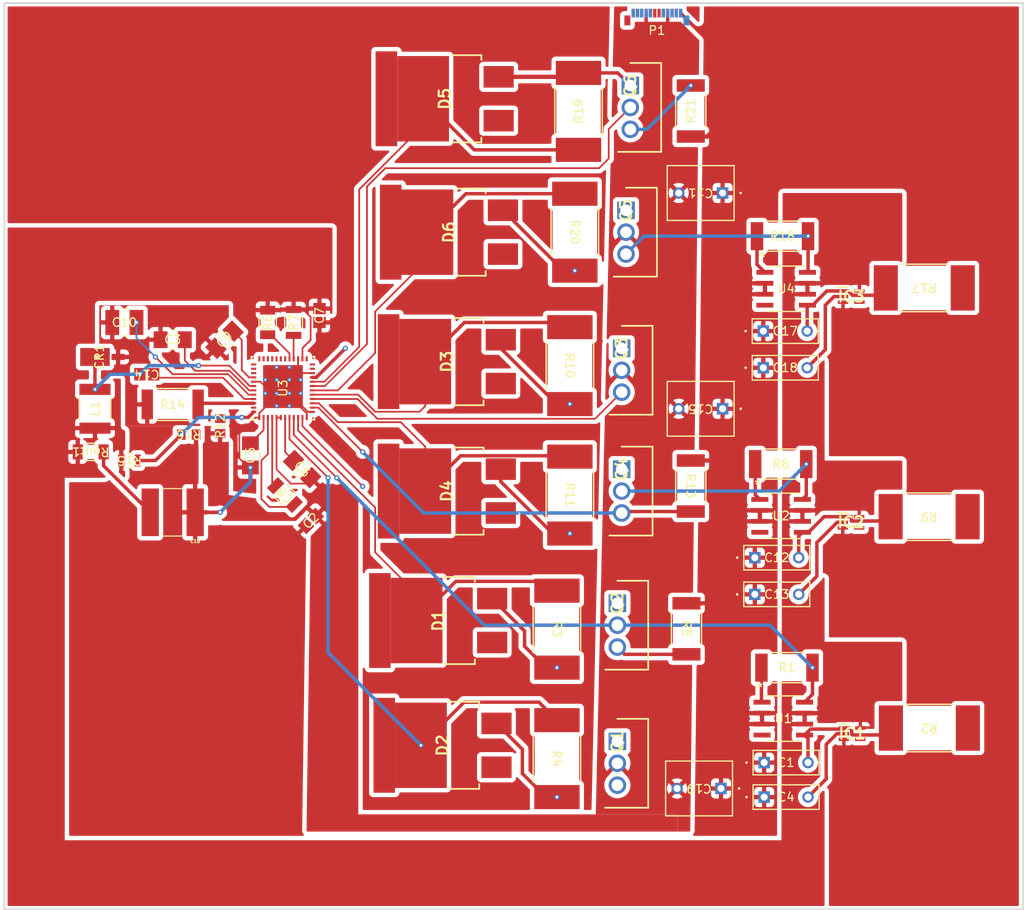
<source format=kicad_pcb>
(kicad_pcb (version 20241229) (generator "pcbnew") (generator_version "9.0")
  (layers (0 "F.Cu" signal) (4 "In1.Cu" signal) (6 "In2.Cu" signal) (2 "B.Cu" signal) (13 "F.Paste" user) (15 "B.Paste" user) (5 "F.SilkS" user "F.Silkscreen") (7 "B.SilkS" user "B.Silkscreen") (1 "F.Mask" user) (3 "B.Mask" user) (25 "Edge.Cuts" user))
  (net 0 "")
  (net 1 "GND")
  (net 2 "Net-(IC3-B)")
  (net 3 "Net-(IC2-B)")
  (net 4 "/ATV Motor Driver/Supply")
  (net 5 "/ATV Motor Driver/SW3")
  (net 6 "/ATV Motor Driver/SW2")
  (net 7 "/ATV Motor Driver/SW1")
  (net 8 "Net-(IC1-B)")
  (net 9 "Net-(D1-A)")
  (net 12 "/ATV Motor Driver/GL_A")
  (net 13 "/ATV Motor Driver/GH_A")
  (net 15 "Net-(D2-A)")
  (net 18 "/ATV Motor Driver/GH_B")
  (net 19 "Net-(D3-A)")
  (net 23 "/ATV Motor Driver/GL_B")
  (net 24 "Net-(D4-A)")
  (net 27 "Net-(D5-A)")
  (net 28 "/ATV Motor Driver/GL_C")
  (net 29 "Net-(D6-A)")
  (net 32 "/ATV Motor Driver/GH_C")
  (net 33 "/ATV Motor Driver/CURRENT_FILTER")
  (net 34 "/ATV Motor Driver/SH_A")
  (net 35 "/ATV Motor Driver/SPA")
  (net 36 "/ATV Motor Driver/SH_B")
  (net 37 "/ATV Motor Driver/SPB")
  (net 38 "/ATV Motor Driver/SH_C")
  (net 39 "/ATV Motor Driver/SPC")
  (net 40 "/ATV Motor Driver/PH_A")
  (net 41 "/ATV Motor Driver/PH_B")
  (net 42 "/ATV Motor Driver/CURRENT_A")
  (net 43 "/ATV Motor Driver/PH_C")
  (net 44 "/ATV Motor Driver/CURRENT_B")
  (net 45 "/ATV Motor Driver/CURRENT_C")
  (net 46 "Net-(U3-VIN)")
  (net 49 "/DRV8350rhrgzr/SOC")
  (net 50 "/DRV8350rhrgzr/SOA")
  (net 51 "/DRV8350rhrgzr/INLA")
  (net 52 "/DRV8350rhrgzr/SDO")
  (net 53 "/DRV8350rhrgzr/INLB")
  (net 54 "/DRV8350rhrgzr/SOB")
  (net 55 "/DRV8350rhrgzr/INLC")
  (net 56 "/DRV8350rhrgzr/INHA")
  (net 57 "/DRV8350rhrgzr/FAULT")
  (net 58 "/DRV8350rhrgzr/INHC")
  (net 59 "/DRV8350rhrgzr/INHB")
  (net 60 "Net-(U3-VGLS)")
  (net 61 "Net-(U3-VCP)")
  (net 62 "Net-(U3-CPH)")
  (net 63 "Net-(U3-CPL)")
  (net 64 "Net-(U3-VCC)")
  (net 65 "Net-(U3-SW)")
  (net 66 "Net-(U3-BST)")
  (net 67 "Net-(C16-Pad2)")
  (net 68 "Net-(U3-RT_SD)")
  (net 69 "Net-(U3-RCL)")
  (net 70 "Net-(U3-FB)")
  (net 75 "Net-(U3-DVDD)")
  (net 77 "VCC")
  (footprint "ATV_Footprint:RES_VMS-R500-1.0-U_IAT" (layer "F.Cu") (at 108.6411 112)
    (property "Reference" "R1")
    (property "Value" "VMS-R500-1.0-U" (hide yes))
  )
  (footprint "ATV_Footprint:CAP_R82E-7P4X2P6-5P0_KEM" (layer "F.Cu") (at 104.92 99.2556)
    (property "Reference" "C12")
    (property "Value" "R82EC1100AA50J" (hide yes))
  )
  (footprint "ATV_Footprint:RES_3550_TEC" (layer "F.Cu") (at 82 107.54 -90)
    (property "Reference" "R3")
    (property "Value" "35501K0JT" (hide yes))
  )
  (footprint "ATV_Footprint:POWERMITE1_DO-216AA_MIS_MCH" (layer "F.Cu") (at 29.0207 76 90)
    (property "Reference" "CR1")
    (property "Value" "UPS115UE3/TR7" (hide yes))
  )
  (footprint "ATV_Footprint:RES_VMS-R500-1.0-U_IAT" (layer "F.Cu") (at 107.9205 88.4118)
    (property "Reference" "R8")
    (property "Value" "VMS-R500-1.0-U" (hide yes))
  )
  (footprint "ATV_Footprint:CAP_R82E-7P5X6P1-5P0_KEM" (layer "F.Cu") (at 101.1844 82 180)
    (property "Reference" "C15")
    (property "Value" "R82EC4100DQ70J" (hide yes))
  )
  (footprint "ATV_Footprint:CAPC220145_88N_KEM" (layer "F.Cu") (at 34.5 78 180)
    (property "Reference" "C14")
    (property "Value" "C0805C103K1RACAUTO" (hide yes))
  )
  (footprint "ATV_Footprint:RES_3550_TEC" (layer "F.Cu") (at 82 122.54 -90)
    (property "Reference" "R4")
    (property "Value" "35501K0JT")
  )
  (footprint "ATV_Footprint:CAPC370290_115N_KEM" (layer "F.Cu") (at 31.902798 72)
    (property "Reference" "C10")
    (property "Value" "C1210X474K1RACAUTO" (hide yes))
  )
  (footprint "ATV_Footprint:RES_CRCW_0805" (layer "F.Cu") (at 32.5 88 180)
    (property "Reference" "R15")
    (property "Value" "CRCW08053K01FKEA" (hide yes))
  )
  (footprint "ATV_Footprint:CAP_R82E-7P4X2P6-5P0_KEM" (layer "F.Cu") (at 106 123)
    (property "Reference" "C1")
    (property "Value" "R82EC1100AA50J" (hide yes))
  )
  (footprint "ATV_Footprint:TO254P500X1010X2050-3P" (layer "F.Cu") (at 90 59 -90)
    (property "Reference" "Q5")
    (property "Value" "R6020ENXC7G" (hide yes))
  )
  (footprint "ATV_Footprint:RGZ0048L" (layer "F.Cu") (at 50.2763 79.6164 90)
    (property "Reference" "U3")
    (property "Value" "DRV8353RHRGZR" (hide yes))
  )
  (footprint "ATV_Footprint:CAP_R82E-7P4X2P6-5P0_KEM" (layer "F.Cu") (at 104.92 103.5068)
    (property "Reference" "C13")
    (property "Value" "R82EC2150AA50K" (hide yes))
  )
  (footprint "ATV_Footprint:CAPC370195_180N_KEM" (layer "F.Cu") (at 46.5 87.402798 90)
    (property "Reference" "C5")
    (property "Value" "C1206X105K1RACAUTO" (hide yes))
  )
  (footprint "ATV_Footprint:RES_VMS-R500-1.0-U_IAT" (layer "F.Cu") (at 97 107.4967 -90)
    (property "Reference" "R5")
    (property "Value" "VMS-R500-1.0-U" (hide yes))
  )
  (footprint "ATV_Footprint:RES_RMCF1206_STP" (layer "F.Cu") (at 28.0014 87 180)
    (property "Reference" "Rout1")
    (property "Value" "RMCF1206FT3R00" (hide yes))
  )
  (footprint "ATV_Footprint:RES_RMCF2512_STP" (layer "F.Cu") (at 37.5 81.5)
    (property "Reference" "R14")
    (property "Value" "RMCF2512FT332K" (hide yes))
  )
  (footprint "ATV_Footprint:RES_3550_TEC" (layer "F.Cu") (at 125.1344 119 180)
    (property "Reference" "R2")
    (property "Value" "35501K0JT" (hide yes))
  )
  (footprint "ATV_Footprint:CAPC6153X670N" (layer "F.Cu") (at 37.5 94 180)
    (property "Reference" "C16")
    (property "Value" "KRM55WR72A226MH01L")
  )
  (footprint "ATV_Footprint:TO254P500X1010X2050-3P" (layer "F.Cu") (at 90.5 44.5423 -90)
    (property "Reference" "Q6")
    (property "Value" "R6020ENXC7G" (hide yes))
  )
  (footprint "ATV_Footprint:TO254P500X1010X2050-3P" (layer "F.Cu") (at 89.5 89 -90)
    (property "Reference" "Q4")
    (property "Value" "R6020ENXC7G" (hide yes))
  )
  (footprint "ATV_Footprint:CAPC370195_180N_KEM" (layer "F.Cu") (at 43.5 74 45)
    (property "Reference" "C9")
    (property "Value" "C1206X105K1RACAUTO" (hide yes))
  )
  (footprint "ATV_Footprint:SOT65P210X110-5N" (layer "F.Cu") (at 116.0846 69)
    (property "Reference" "IC3")
    (property "Value" "SN74LVC1G66DCKR" (hide yes))
  )
  (footprint "ATV_Footprint:YQ30NL10SEFHTL" (layer "F.Cu") (at 68.5 121 90)
    (property "Reference" "D2")
    (property "Value" "YQ20NL10SDTL" (hide yes))
  )
  (footprint "ATV_Footprint:R_8_ADI" (layer "F.Cu") (at 108.2206 117.905)
    (property "Reference" "U1")
    (property "Value" "AD8418WBRZ")
  )
  (footprint "ATV_Footprint:YQ30NL10SEFHTL" (layer "F.Cu") (at 69 91.54 90)
    (property "Reference" "D4")
    (property "Value" "YQ20NL10SDTL" (hide yes))
  )
  (footprint "ATV_Footprint:SOT65P210X110-5N" (layer "F.Cu") (at 116.1844 119.65)
    (property "Reference" "IC1")
    (property "Value" "SN74LVC1G66DCKR" (hide yes))
  )
  (footprint "ATV_Footprint:RC0805N_PAN" (layer "F.Cu") (at 39.352799 85 180)
    (property "Reference" "R16")
    (property "Value" "ERA-6AEB102V" (hide yes))
  )
  (footprint "ATV_Footprint:RES_3550_TEC" (layer "F.Cu") (at 83.5 77 -90)
    (property "Reference" "R10")
    (property "Value" "35501K0JT" (hide yes))
  )
  (footprint "ATV_Footprint:CAPC220145_110N_KEM" (layer "F.Cu") (at 54.5 71.197201 90)
    (property "Reference" "C7")
    (property "Value" "C0805C104K1RECAUTO" (hide yes))
  )
  (footprint "ATV_Footprint:YQ30NL10SEFHTL" (layer "F.Cu") (at 69 76.54 90)
    (property "Reference" "D3")
    (property "Value" "YQ20NL10SDTL" (hide yes))
  )
  (footprint "ATV_Footprint:CAPC220145_110N_KEM" (layer "F.Cu") (at 53.5 95 45)
    (property "Reference" "C2")
    (property "Value" "C0805C104K1RECAUTO" (hide yes))
  )
  (footprint "ATV_Footprint:RES_3550_TEC" (layer "F.Cu") (at 125.1044 94.5068 180)
    (property "Reference" "R9")
    (property "Value" "35501K0JT" (hide yes))
  )
  (footprint "ATV_Footprint:TO254P500X1010X2050-3P" (layer "F.Cu") (at 89 104.54 -90)
    (property "Reference" "Q2")
    (property "Value" "R6020ENXC7G" (hide yes))
  )
  (footprint "ATV_Footprint:YQ30NL10SEFHTL" (layer "F.Cu") (at 69.25 61.54 90)
    (property "Reference" "D6")
    (property "Value" "YQ20NL10SDTL" (hide yes))
  )
  (footprint "ATV_Footprint:R_8_ADI" (layer "F.Cu") (at 108.5484 68.095)
    (property "Reference" "U4")
    (property "Value" "AD8418WBRZ" (hide yes))
  )
  (footprint "ATV_Footprint:RES_VMS-R500-1.0-U_IAT" (layer "F.Cu") (at 108.1279 62)
    (property "Reference" "R18")
    (property "Value" "VMS-R500-1.0-U" (hide yes))
  )
  (footprint "ATV_Footprint:CAPC370195_180N_KEM" (layer "F.Cu") (at 52.491928 88.991928 -45)
    (property "Reference" "C6")
    (property "Value" "C1206X105K1RACAUTO" (hide yes))
  )
  (footprint "ATV_Footprint:R_8_ADI" (layer "F.Cu") (at 107.9638 94.4118)
    (property "Reference" "U2")
    (property "Value" "AD8418WBRZ" (hide yes))
  )
  (footprint "ATV_Footprint:STA_RMCF1206_STP" (layer "F.Cu") (at 48.5 72 90)
    (property "Reference" "R6")
    (property "Value" "RMCF1206JT1K00" (hide yes))
  )
  (footprint "ATV_Footprint:YQ30NL10SEFHTL" (layer "F.Cu") (at 68.75 46.08 90)
    (property "Reference" "D5")
    (property "Value" "YQ20NL10SDTL" (hide yes))
  )
  (footprint "ATV_Footprint:RES_3550_TEC" (layer "F.Cu") (at 83.5 92 -90)
    (property "Reference" "R11")
    (property "Value" "35501K0JT" (hide yes))
  )
  (footprint "ATV_Footprint:RC0805N_PAN" (layer "F.Cu") (at 43 84 90)
    (property "Reference" "R12")
    (property "Value" "ERJ-6ENF3243V" (hide yes))
  )
  (footprint "ATV_Footprint:CAP_R82E-7P4X2P6-5P0_KEM" (layer "F.Cu") (at 105.9002 77.2512)
    (property "Reference" "C18")
    (property "Value" "R82EC2150AA50K" (hide yes))
  )
  (footprint "ATV_Footprint:RES_VMS-R500-1.0-U_IAT" (layer "F.Cu") (at 97.5 90.9567 -90)
    (property "Reference" "R13")
    (property "Value" "VMS-R500-1.0-U" (hide yes))
  )
  (footprint "ATV_Footprint:CAP_R82E-7P4X2P6-5P0_KEM" (layer "F.Cu") (at 106 127)
    (property "Reference" "C4")
    (property "Value" "R82EC2150AA50K" (hide yes))
  )
  (footprint "ATV_Footprint:IND_EPCOS_B82432T_EPC" (layer "F.Cu") (at 28.5 82 90)
    (property "Reference" "L1")
    (property "Value" "B82432T1274K000" (hide yes))
  )
  (footprint "ATV_Footprint:CAPC370195_180N_KEM" (layer "F.Cu") (at 37.5 74)
    (property "Reference" "C3")
    (property "Value" "C1206X105K1RACAUTO" (hide yes))
  )
  (footprint "ATV_Footprint:YQ30NL10SEFHTL" (layer "F.Cu") (at 68 106.54 90)
    (property "Reference" "D1")
    (property "Value" "YQ20NL10SDTL" (hide yes))
  )
  (footprint "ATV_Footprint:TO254P500X1010X2050-3P" (layer "F.Cu") (at 89.5 75 -90)
    (property "Reference" "Q3")
    (property "Value" "R6020ENXC7G" (hide yes))
  )
  (footprint "ATV_Footprint:SOT65P210X110-5N" (layer "F.Cu") (at 116.0544 95.1568)
    (property "Reference" "IC2")
    (property "Value" "SN74LVC1G66DCKR" (hide yes))
  )
  (footprint "ATV_Footprint:RES_VMS-R500-1.0-U_IAT" (layer "F.Cu") (at 97.5 47.499 90)
    (property "Reference" "R21")
    (property "Value" "VMS-R500-1.0-U" (hide yes))
  )
  (footprint "ATV_Footprint:STA_RNCF1206_STP" (layer "F.Cu") (at 51.5 72 90)
    (property "Reference" "R7")
    (property "Value" "RNCF1206TKY10K0" (hide yes))
  )
  (footprint "ATV_Footprint:CAPC340180_180N_KEM" (layer "F.Cu") (at 50.5 92 135)
    (property "Reference" "C8")
    (property "Value" "C1206C474K1RECAUTO" (hide yes))
  )
  (footprint "ATV_Footprint:RES_3550_TEC" (layer "F.Cu") (at 124.5423 68 180)
    (property "Reference" "R17")
    (property "Value" "35501K0JT" (hide yes))
  )
  (footprint "Connector_USB:USB_C_Plug_Molex_105444" (layer "F.Cu") (at 93.58 36.12)
    (property "Reference" "P1")
    (property "Value" "USB_C_Plug_USB2.0" (hide yes))
  )
  (footprint "ATV_Footprint:RES_3550_TEC" (layer "F.Cu") (at 84.075 61.54 -90)
    (property "Reference" "R20")
    (property "Value" "35501K0JT" (hide yes))
  )
  (footprint "ATV_Footprint:CAP_R82E-7P5X6P1-5P0_KEM" (layer "F.Cu") (at 101 126 180)
    (property "Reference" "C19")
    (property "Value" "R82EC4100DQ70J" (hide yes))
  )
  (footprint "ATV_Footprint:TO254P500X1010X2050-3P" (layer "F.Cu") (at 89 120.54 -90)
    (property "Reference" "Q1")
    (property "Value" "R6020ENXC7G" (hide yes))
  )
  (footprint "ATV_Footprint:RES_3550_TEC" (layer "F.Cu") (at 84.5 47.5423 90)
    (property "Reference" "R19")
    (property "Value" "35501K0JT" (hide yes))
  )
  (footprint "ATV_Footprint:CAP_R82E-7P5X6P1-5P0_KEM" (layer "F.Cu") (at 101.1844 57 180)
    (property "Reference" "C11")
    (property "Value" "R82EC4100DQ70J" (hide yes))
  )
  (footprint "ATV_Footprint:CAP_R82E-7P4X2P6-5P0_KEM" (layer "F.Cu") (at 105.9002 73)
    (property "Reference" "C17")
    (property "Value" "R82EC1100AA50J" (hide yes))
  )
  (gr_rect (start 18 35) (end 136 140) (stroke (width 0.2)) (fill no) (layer "Edge.Cuts"))
  (segment (start 40.103 94) (end 43 94) (width 0.4) (layer "F.Cu") (net 1))
  (segment (start 51.5673 80.757398) (end 51.5673 79.985167) (width 0.2) (layer "F.Cu") (net 1))
  (segment (start 52.026302 76.216399) (end 52.026302 77.310632) (width 0.2) (layer "F.Cu") (net 1))
  (segment (start 51.244533 80.764398) (end 50.788069 80.764398) (width 0.2) (layer "F.Cu") (net 1))
  (segment (start 53.176302 82.3664) (end 51.5673 80.757398) (width 0.2) (layer "F.Cu") (net 1))
  (segment (start 42.508072 74.991928) (end 42.508072 75.08727) (width 0.2) (layer "F.Cu") (net 1))
  (segment (start 53.676301 82.3664) (end 53.176302 82.3664) (width 0.2) (layer "F.Cu") (net 1))
  (segment (start 101 40.83) (end 101 48.7813) (width 0.41) (layer "F.Cu") (net 1))
  (segment (start 49.764531 80.764398) (end 50.2763 80.252629) (width 0.2) (layer "F.Cu") (net 1))
  (segment (start 45.224002 87.743033) (end 45.224002 84.896202) (width 0.2) (layer "F.Cu") (net 1))
  (segment (start 51.010532 79.428399) (end 50.2763 79.428399) (width 0.2) (layer "F.Cu") (net 1))
  (segment (start 45.224002 84.896202) (end 47.103803 83.016401) (width 0.2) (layer "F.Cu") (net 1))
  (segment (start 101 48.7813) (end 99.3256 50.4557) (width 0.4) (layer "F.Cu") (net 1))
  (segment (start 51.5673 78.415168) (end 51.5673 78.871632) (width 0.2) (layer "F.Cu") (net 1))
  (segment (start 51.5673 78.871632) (end 51.010533 79.428399) (width 0.2) (layer "F.Cu") (net 1))
  (segment (start 50.788069 78.092401) (end 50.2763 78.60417) (width 0.2) (layer "F.Cu") (net 1))
  (segment (start 50.2763 78.60417) (end 50.2763 79.428399) (width 0.2) (layer "F.Cu") (net 1))
  (segment (start 46.5 88.805596) (end 46.286565 88.805596) (width 0.2) (layer "F.Cu") (net 1))
  (segment (start 53.0263 82.546165) (end 51.244533 80.764398) (width 0.2) (layer "F.Cu") (net 1))
  (segment (start 96.33 36.16) (end 101 40.83) (width 0.4) (layer "F.Cu") (net 1))
  (segment (start 47.5263 83.016401) (end 47.5263 82.516402) (width 0.2) (layer "F.Cu") (net 1))
  (segment (start 47.103803 83.016401) (end 47.5263 83.016401) (width 0.2) (layer "F.Cu") (net 1))
  (segment (start 53.0263 83.016401) (end 53.0263 82.546165) (width 0.2) (layer "F.Cu") (net 1))
  (segment (start 48.232067 79.428399) (end 50.2763 79.428399) (width 0.2) (layer "F.Cu") (net 1))
  (segment (start 53.676301 77.866398) (end 52.11607 77.866398) (width 0.2) (layer "F.Cu") (net 1))
  (segment (start 51.244533 78.092401) (end 50.788069 78.092401) (width 0.2) (layer "F.Cu") (net 1))
  (segment (start 50.2763 80.252629) (end 50.2763 79.428399) (width 0.2) (layer "F.Cu") (net 1))
  (segment (start 47.5263 82.516402) (end 49.278304 80.764398) (width 0.2) (layer "F.Cu") (net 1))
  (segment (start 52.026302 77.310632) (end 51.244533 78.092401) (width 0.2) (layer "F.Cu") (net 1))
  (segment (start 99.3256 50.4557) (end 97.5 50.4557) (width 0.4) (layer "F.Cu") (net 1))
  (segment (start 51.5673 79.985167) (end 51.010532 79.428399) (width 0.2) (layer "F.Cu") (net 1))
  (segment (start 52.11607 77.866398) (end 51.5673 78.415168) (width 0.2) (layer "F.Cu") (net 1))
  (segment (start 46.286565 88.805596) (end 45.224002 87.743033) (width 0.2) (layer "F.Cu") (net 1))
  (segment (start 46.876299 78.866399) (end 47.670067 78.866399) (width 0.2) (layer "F.Cu") (net 1))
  (segment (start 47.670067 78.866399) (end 48.232067 79.428399) (width 0.2) (layer "F.Cu") (net 1))
  (segment (start 51.010533 79.428399) (end 50.2763 79.428399) (width 0.2) (layer "F.Cu") (net 1))
  (segment (start 50.788069 80.764398) (end 50.2763 80.252629) (width 0.2) (layer "F.Cu") (net 1))
  (segment (start 49.278304 80.764398) (end 49.764531 80.764398) (width 0.2) (layer "F.Cu") (net 1))
  (via (at 43 94) (size 0.6) (drill 0.3) (layers "F.Cu" "B.Cu") (net 1))
  (via (at 46.5 88.805596) (size 0.6) (drill 0.3) (layers "F.Cu" "B.Cu") (net 1))
  (segment (start 43 94) (end 46.5 90.5) (width 0.4) (layer "B.Cu") (net 1))
  (segment (start 46.5 90.5) (end 46.5 88.805596) (width 0.4) (layer "B.Cu") (net 1))
  (segment (start 115.1346 69) (end 114.0846 69) (width 0.4) (layer "F.Cu") (net 2))
  (segment (start 113.0846 70) (end 113.0846 75.1468) (width 0.4) (layer "F.Cu") (net 2))
  (segment (start 114.0846 69) (end 113.0846 70) (width 0.4) (layer "F.Cu") (net 2))
  (segment (start 113.0846 75.1468) (end 110.9802 77.2512) (width 0.4) (layer "F.Cu") (net 2))
  (segment (start 112.1044 97.5068) (end 114.4544 95.1568) (width 0.4) (layer "F.Cu") (net 3))
  (segment (start 114.4544 95.1568) (end 115.1044 95.1568) (width 0.4) (layer "F.Cu") (net 3))
  (segment (start 112.1044 101.4024) (end 112.1044 97.5068) (width 0.4) (layer "F.Cu") (net 3))
  (segment (start 110 103.5068) (end 112.1044 101.4024) (width 0.4) (layer "F.Cu") (net 3))
  (segment (start 49.526302 83.016401) (end 49.526302 89.026302) (width 0.2) (layer "F.Cu") (net 4))
  (segment (start 49.526302 89.026302) (end 51.173284 90.673284) (width 0.2) (layer "F.Cu") (net 4))
  (segment (start 51.173284 90.673284) (end 52.794428 90.673284) (width 0.2) (layer "F.Cu") (net 4))
  (segment (start 92.33 36.16) (end 92.33 37.67) (width 0.4) (layer "F.Cu") (net 4))
  (segment (start 94.83 36.16) (end 94.83 37.83) (width 0.4) (layer "F.Cu") (net 4))
  (segment (start 49.526302 83.016401) (end 50.0263 83.016401) (width 0.2) (layer "F.Cu") (net 4))
  (segment (start 52.794428 90.673284) (end 53.483856 89.983856) (width 0.2) (layer "F.Cu") (net 4))
  (segment (start 119.2336 68.851) (end 120.0846 68) (width 0.2) (layer "F.Cu") (net 5))
  (segment (start 120.0846 68) (end 119.9336 67.849) (width 0.2) (layer "F.Cu") (net 5))
  (segment (start 116.2356 68.851) (end 119.2336 68.851) (width 0.4) (layer "F.Cu") (net 5))
  (segment (start 110.9802 73) (end 110.9802 70.032) (width 0.4) (layer "F.Cu") (net 5))
  (segment (start 110.9802 70.032) (end 111.0122 70) (width 0.2) (layer "F.Cu") (net 5))
  (segment (start 115.7346 68.35) (end 116.2356 68.851) (width 0.4) (layer "F.Cu") (net 5))
  (segment (start 113.2642 68.35) (end 111.6142 70) (width 0.4) (layer "F.Cu") (net 5))
  (segment (start 115.1346 68.35) (end 113.2642 68.35) (width 0.4) (layer "F.Cu") (net 5))
  (segment (start 115.1346 68.35) (end 115.7346 68.35) (width 0.4) (layer "F.Cu") (net 5))
  (segment (start 111.6142 70) (end 111.0122 70) (width 0.4) (layer "F.Cu") (net 5))
  (segment (start 116.1034 94.5068) (end 116.1034 95.0078) (width 0.4) (layer "F.Cu") (net 6))
  (segment (start 115.1044 94.5068) (end 116.1034 94.5068) (width 0.4) (layer "F.Cu") (net 6))
  (segment (start 110.4276 96.3168) (end 111.1388 96.3168) (width 0.2) (layer "F.Cu") (net 6))
  (segment (start 110 96.7444) (end 110.4276 96.3168) (width 0.4) (layer "F.Cu") (net 6))
  (segment (start 111.1388 96.3168) (end 112.9488 94.5068) (width 0.4) (layer "F.Cu") (net 6))
  (segment (start 112.9488 94.5068) (end 115.1044 94.5068) (width 0.4) (layer "F.Cu") (net 6))
  (segment (start 110 99.2556) (end 110 96.7444) (width 0.4) (layer "F.Cu") (net 6))
  (segment (start 116.1034 95.0078) (end 120.1457 95.0078) (width 0.4) (layer "F.Cu") (net 6))
  (segment (start 120.1457 95.0078) (end 120.6467 94.5068) (width 0.2) (layer "F.Cu") (net 6))
  (segment (start 111.08 123) (end 111.08 120.2056) (width 0.4) (layer "F.Cu") (net 7))
  (segment (start 111.08 120.2056) (end 110.6844 119.81) (width 0.4) (layer "F.Cu") (net 7))
  (segment (start 110.6844 119.81) (end 111.3956 119.81) (width 0.2) (layer "F.Cu") (net 7))
  (segment (start 116.2374 119.799) (end 116.1354 119.697) (width 0.4) (layer "F.Cu") (net 7))
  (segment (start 116.1354 119.697) (end 116.1354 119.101) (width 0.4) (layer "F.Cu") (net 7))
  (segment (start 115.114 119.1204) (end 111.374 119.1204) (width 0.4) (layer "F.Cu") (net 7))
  (segment (start 119.8777 119.799) (end 116.2374 119.799) (width 0.4) (layer "F.Cu") (net 7))
  (segment (start 115.2344 119) (end 115.114 119.1204) (width 0.4) (layer "F.Cu") (net 7))
  (segment (start 111.374 119.1204) (end 110.6844 119.81) (width 0.4) (layer "F.Cu") (net 7))
  (segment (start 116.1354 119.101) (end 116.0344 119) (width 0.4) (layer "F.Cu") (net 7))
  (segment (start 120.6767 119) (end 119.8777 119.799) (width 0.2) (layer "F.Cu") (net 7))
  (segment (start 116.0344 119) (end 115.2344 119) (width 0.4) (layer "F.Cu") (net 7))
  (segment (start 114.4344 119.65) (end 113.1844 120.9) (width 0.4) (layer "F.Cu") (net 8))
  (segment (start 113.1844 124.8956) (end 111.08 127) (width 0.4) (layer "F.Cu") (net 8))
  (segment (start 115.2344 119.65) (end 114.4344 119.65) (width 0.4) (layer "F.Cu") (net 8))
  (segment (start 113.1844 120.9) (end 113.1844 124.8956) (width 0.4) (layer "F.Cu") (net 8))
  (segment (start 78.25 109.520836) (end 80.726864 111.9977) (width 0.4) (layer "F.Cu") (net 9))
  (segment (start 78.25 107.75) (end 78.25 109.520836) (width 0.4) (layer "F.Cu") (net 9))
  (segment (start 74.5 104) (end 78.25 107.75) (width 0.4) (layer "F.Cu") (net 9))
  (segment (start 80.726864 111.9977) (end 82 111.9977) (width 0.4) (layer "F.Cu") (net 9))
  (via (at 82 111.9977) (size 0.6) (drill 0.3) (layers "F.Cu" "B.Cu") (net 9))
  (segment (start 70.29 102) (end 80.9177 102) (width 0.4) (layer "F.Cu") (net 12))
  (segment (start 65.75 106.54) (end 70.29 102) (width 0.4) (layer "F.Cu") (net 12))
  (segment (start 60.949 98.637) (end 65.75 103.438) (width 0.2) (layer "F.Cu") (net 12))
  (segment (start 52.026302 84.526302) (end 60.949 93.449) (width 0.2) (layer "F.Cu") (net 12))
  (segment (start 65.75 103.438) (end 65.75 106.54) (width 0.2) (layer "F.Cu") (net 12))
  (segment (start 60.949 93.449) (end 60.949 98.637) (width 0.2) (layer "F.Cu") (net 12))
  (segment (start 80.9177 102) (end 82 103.0823) (width 0.4) (layer "F.Cu") (net 12))
  (segment (start 52.026302 83.016401) (end 52.026302 84.526302) (width 0.2) (layer "F.Cu") (net 12))
  (segment (start 51.026301 83.016401) (end 51.026301 85.526301) (width 0.2) (layer "F.Cu") (net 13))
  (segment (start 51.026301 85.526301) (end 55.5 90) (width 0.2) (layer "F.Cu") (net 13))
  (segment (start 71.25 116) (end 66.25 121) (width 0.4) (layer "F.Cu") (net 13))
  (segment (start 79.9177 116) (end 71.25 116) (width 0.4) (layer "F.Cu") (net 13))
  (segment (start 82 118.0823) (end 79.9177 116) (width 0.4) (layer "F.Cu") (net 13))
  (via (at 55.5 90) (size 0.6) (drill 0.3) (layers "F.Cu" "B.Cu") (net 13))
  (via (at 66.25 121) (size 0.6) (drill 0.3) (layers "F.Cu" "B.Cu") (net 13))
  (segment (start 55.5 110.25) (end 66.25 121) (width 0.4) (layer "B.Cu") (net 13))
  (segment (start 55.5 90) (end 55.5 110.25) (width 0.4) (layer "B.Cu") (net 13))
  (segment (start 75 118.46) (end 78 121.46) (width 0.4) (layer "F.Cu") (net 15))
  (segment (start 78 124.270836) (end 80.726864 126.9977) (width 0.4) (layer "F.Cu") (net 15))
  (segment (start 78 121.46) (end 78 124.270836) (width 0.4) (layer "F.Cu") (net 15))
  (segment (start 80.726864 126.9977) (end 82 126.9977) (width 0.4) (layer "F.Cu") (net 15))
  (via (at 82 126.9977) (size 0.6) (drill 0.3) (layers "F.Cu" "B.Cu") (net 15))
  (segment (start 60.949 82.341) (end 66.099 82.341) (width 0.2) (layer "F.Cu") (net 18))
  (segment (start 83.4067 72.449) (end 82.9577 72) (width 0.4) (layer "F.Cu") (net 18))
  (segment (start 82.9577 72) (end 71.29 72) (width 0.4) (layer "F.Cu") (net 18))
  (segment (start 66.75 81.69) (end 66.75 76.54) (width 0.2) (layer "F.Cu") (net 18))
  (segment (start 58.974398 80.366398) (end 60.949 82.341) (width 0.2) (layer "F.Cu") (net 18))
  (segment (start 71.29 72) (end 66.75 76.54) (width 0.4) (layer "F.Cu") (net 18))
  (segment (start 53.676301 80.366398) (end 58.974398 80.366398) (width 0.2) (layer "F.Cu") (net 18))
  (segment (start 66.099 82.341) (end 66.75 81.69) (width 0.2) (layer "F.Cu") (net 18))
  (segment (start 83.5 72.5423) (end 83.4067 72.449) (width 0.2) (layer "F.Cu") (net 18))
  (segment (start 81.9577 81.4577) (end 83.5 81.4577) (width 0.4) (layer "F.Cu") (net 19))
  (segment (start 75.5 75) (end 81.9577 81.4577) (width 0.4) (layer "F.Cu") (net 19))
  (segment (start 75.5 74) (end 75.5 75) (width 0.2) (layer "F.Cu") (net 19))
  (via (at 83.5 81.4577) (size 0.6) (drill 0.3) (layers "F.Cu" "B.Cu") (net 19))
  (segment (start 83.5 87.5423) (end 83.4067 87.449) (width 0.2) (layer "F.Cu") (net 23))
  (segment (start 63.9167 83.5567) (end 56.6238 83.5567) (width 0.2) (layer "F.Cu") (net 23))
  (segment (start 66.75 86.39) (end 63.9167 83.5567) (width 0.2) (layer "F.Cu") (net 23))
  (segment (start 66.75 91.54) (end 66.75 86.39) (width 0.2) (layer "F.Cu") (net 23))
  (segment (start 83.4067 87.449) (end 70.841 87.449) (width 0.4) (layer "F.Cu") (net 23))
  (segment (start 56.6238 83.5567) (end 54.433499 81.366399) (width 0.2) (layer "F.Cu") (net 23))
  (segment (start 54.433499 81.366399) (end 53.676301 81.366399) (width 0.2) (layer "F.Cu") (net 23))
  (segment (start 70.841 87.449) (end 66.75 91.54) (width 0.4) (layer "F.Cu") (net 23))
  (segment (start 81.5077 96.4577) (end 83.5 96.4577) (width 0.4) (layer "F.Cu") (net 24))
  (segment (start 75.5 89) (end 75.5 90.45) (width 0.4) (layer "F.Cu") (net 24))
  (segment (start 75.5 90.45) (end 81.5077 96.4577) (width 0.4) (layer "F.Cu") (net 24))
  (via (at 83.5 96.4577) (size 0.6) (drill 0.3) (layers "F.Cu" "B.Cu") (net 24))
  (segment (start 75.25 43.54) (end 84.0446 43.54) (width 0.5) (layer "F.Cu") (net 27))
  (segment (start 89.0423 43.0846) (end 90.5 44.5423) (width 0.4) (layer "F.Cu") (net 27))
  (segment (start 84.0446 43.54) (end 84.5 43.0846) (width 0.2) (layer "F.Cu") (net 27))
  (segment (start 84.5 43.0846) (end 89.0423 43.0846) (width 0.4) (layer "F.Cu") (net 27))
  (segment (start 72.42 52) (end 66.5 46.08) (width 0.4) (layer "F.Cu") (net 28))
  (segment (start 66.5 46.08) (end 66.5 49.182) (width 0.2) (layer "F.Cu") (net 28))
  (segment (start 55.066501 78.866399) (end 53.676301 78.866399) (width 0.2) (layer "F.Cu") (net 28))
  (segment (start 84.5 52) (end 72.42 52) (width 0.4) (layer "F.Cu") (net 28))
  (segment (start 66.5 49.182) (end 59.099 56.583) (width 0.2) (layer "F.Cu") (net 28))
  (segment (start 59.099 56.583) (end 59.099 74.8339) (width 0.2) (layer "F.Cu") (net 28))
  (segment (start 59.099 74.8339) (end 55.066501 78.866399) (width 0.2) (layer "F.Cu") (net 28))
  (segment (start 82.7477 65.9977) (end 84.075 65.9977) (width 0.4) (layer "F.Cu") (net 29))
  (segment (start 75.75 59) (end 82.7477 65.9977) (width 0.4) (layer "F.Cu") (net 29))
  (via (at 84.075 65.9977) (size 0.6) (drill 0.3) (layers "F.Cu" "B.Cu") (net 29))
  (segment (start 71.4577 57.0823) (end 84.075 57.0823) (width 0.4) (layer "F.Cu") (net 32))
  (segment (start 60.949 75.551) (end 60.949 70.739) (width 0.2) (layer "F.Cu") (net 32))
  (segment (start 56.6336 79.8664) (end 60.949 75.551) (width 0.2) (layer "F.Cu") (net 32))
  (segment (start 67 61.54) (end 71.4577 57.0823) (width 0.4) (layer "F.Cu") (net 32))
  (segment (start 67 64.688) (end 67 61.54) (width 0.2) (layer "F.Cu") (net 32))
  (segment (start 60.949 70.739) (end 67 64.688) (width 0.2) (layer "F.Cu") (net 32))
  (segment (start 53.676301 79.8664) (end 56.6336 79.8664) (width 0.2) (layer "F.Cu") (net 32))
  (segment (start 51.5263 83.016401) (end 51.5263 85.0263) (width 0.2) (layer "F.Cu") (net 34))
  (segment (start 111.5978 115.0866) (end 111.5978 112) (width 0.4) (layer "F.Cu") (net 34))
  (segment (start 51.5263 85.0263) (end 56.5 90) (width 0.2) (layer "F.Cu") (net 34))
  (segment (start 110.6844 116) (end 111.5978 115.0866) (width 0.4) (layer "F.Cu") (net 34))
  (via (at 111.5978 112) (size 0.6) (drill 0.3) (layers "F.Cu" "B.Cu") (net 34))
  (via (at 56.5 90) (size 0.6) (drill 0.3) (layers "F.Cu" "B.Cu") (net 34))
  (segment (start 106.6778 107.08) (end 111.5978 112) (width 0.4) (layer "B.Cu") (net 34))
  (segment (start 56.5 90) (end 73.58 107.08) (width 0.4) (layer "B.Cu") (net 34))
  (segment (start 89 107.08) (end 106.6778 107.08) (width 0.4) (layer "B.Cu") (net 34))
  (segment (start 73.58 107.08) (end 89 107.08) (width 0.4) (layer "B.Cu") (net 34))
  (segment (start 52.526301 84.026301) (end 59.5 91) (width 0.2) (layer "F.Cu") (net 35))
  (segment (start 97 110.4534) (end 89.8334 110.4534) (width 0.4) (layer "F.Cu") (net 35))
  (segment (start 52.526301 83.016401) (end 52.526301 84.026301) (width 0.2) (layer "F.Cu") (net 35))
  (segment (start 89.8334 110.4534) (end 89 109.62) (width 0.4) (layer "F.Cu") (net 35))
  (via (at 59.5 91) (size 0.6) (drill 0.3) (layers "F.Cu" "B.Cu") (net 35))
  (segment (start 53.676301 80.8664) (end 58.9073 80.8664) (width 0.2) (layer "F.Cu") (net 36))
  (segment (start 110.8772 88.4118) (end 110.8772 92.0572) (width 0.4) (layer "F.Cu") (net 36))
  (segment (start 58.9073 80.8664) (end 61.1966 83.1557) (width 0.2) (layer "F.Cu") (net 36))
  (segment (start 110.8772 92.0572) (end 110.4276 92.5068) (width 0.4) (layer "F.Cu") (net 36))
  (segment (start 61.1966 83.1557) (end 86.4243 83.1557) (width 0.2) (layer "F.Cu") (net 36))
  (segment (start 86.4243 83.1557) (end 89.5 80.08) (width 0.2) (layer "F.Cu") (net 36))
  (via (at 110.8772 88.4118) (size 0.6) (drill 0.3) (layers "F.Cu" "B.Cu") (net 36))
  (segment (start 107.749 91.54) (end 110.8772 88.4118) (width 0.4) (layer "B.Cu") (net 36))
  (segment (start 89.5 91.54) (end 107.749 91.54) (width 0.4) (layer "B.Cu") (net 36))
  (segment (start 54.366401 81.866401) (end 59.5 87) (width 0.2) (layer "F.Cu") (net 37))
  (segment (start 97.5 93.9134) (end 89.6666 93.9134) (width 0.4) (layer "F.Cu") (net 37))
  (segment (start 53.676301 81.866401) (end 54.366401 81.866401) (width 0.2) (layer "F.Cu") (net 37))
  (segment (start 89.6666 93.9134) (end 89.5 94.08) (width 0.4) (layer "F.Cu") (net 37))
  (via (at 59.5 87) (size 0.6) (drill 0.3) (layers "F.Cu" "B.Cu") (net 37))
  (segment (start 59.5 87) (end 66.58 94.08) (width 0.4) (layer "B.Cu") (net 37))
  (segment (start 66.58 94.08) (end 89.5 94.08) (width 0.4) (layer "B.Cu") (net 37))
  (segment (start 88 49.5823) (end 90.5 47.0823) (width 0.2) (layer "F.Cu") (net 38))
  (segment (start 111.0846 62) (end 111.0846 66.1176) (width 0.4) (layer "F.Cu") (net 38))
  (segment (start 60 56.2491) (end 62.12455 54.12455) (width 0.2) (layer "F.Cu") (net 38))
  (segment (start 62.12455 54.12455) (end 86.87545 54.12455) (width 0.2) (layer "F.Cu") (net 38))
  (segment (start 88 53) (end 88 49.5823) (width 0.2) (layer "F.Cu") (net 38))
  (segment (start 111.0846 66.1176) (end 111.0122 66.19) (width 0.2) (layer "F.Cu") (net 38))
  (segment (start 53.676301 79.3664) (end 55.1336 79.3664) (width 0.2) (layer "F.Cu") (net 38))
  (segment (start 60 74.5) (end 60 56.2491) (width 0.2) (layer "F.Cu") (net 38))
  (segment (start 55.1336 79.3664) (end 60 74.5) (width 0.2) (layer "F.Cu") (net 38))
  (segment (start 86.87545 54.12455) (end 88 53) (width 0.2) (layer "F.Cu") (net 38))
  (via (at 111.0846 62) (size 0.6) (drill 0.3) (layers "F.Cu" "B.Cu") (net 38))
  (segment (start 92.08 62) (end 111.0846 62) (width 0.4) (layer "B.Cu") (net 38))
  (segment (start 90 64.08) (end 92.08 62) (width 0.4) (layer "B.Cu") (net 38))
  (segment (start 57.5 75) (end 54.1336 78.3664) (width 0.4) (layer "F.Cu") (net 39))
  (segment (start 54.1336 78.3664) (end 53.676301 78.3664) (width 0.4) (layer "F.Cu") (net 39))
  (via (at 97.5 44.5423) (size 0.6) (drill 0.3) (layers "F.Cu" "B.Cu") (net 39))
  (via (at 57.5 75) (size 0.6) (drill 0.3) (layers "F.Cu" "B.Cu") (net 39))
  (segment (start 90.5 49.6223) (end 92.42 49.6223) (width 0.4) (layer "B.Cu") (net 39))
  (segment (start 92.42 49.6223) (end 97.5 44.5423) (width 0.4) (layer "B.Cu") (net 39))
  (segment (start 105.6844 112) (end 105.6844 115.9276) (width 0.4) (layer "F.Cu") (net 40))
  (segment (start 105.6844 115.9276) (end 105.7568 116) (width 0.2) (layer "F.Cu") (net 40))
  (segment (start 104.9638 88.4118) (end 104.9638 91.9706) (width 0.4) (layer "F.Cu") (net 41))
  (segment (start 104.9638 91.9706) (end 105.5 92.5068) (width 0.4) (layer "F.Cu") (net 41))
  (segment (start 105.1712 62) (end 105.1712 65.2766) (width 0.4) (layer "F.Cu") (net 43))
  (segment (start 105.1712 65.2766) (end 106.0846 66.19) (width 0.4) (layer "F.Cu") (net 43))
  (segment (start 46.3543 79.8664) (end 46.876299 79.8664) (width 0.2) (layer "F.Cu") (net 46))
  (segment (start 44.0869 77.599) (end 46.3543 79.8664) (width 0.2) (layer "F.Cu") (net 46))
  (segment (start 38.902798 74) (end 38.902798 76.402798) (width 0.2) (layer "F.Cu") (net 46))
  (segment (start 40.099 77.599) (end 44.0869 77.599) (width 0.2) (layer "F.Cu") (net 46))
  (segment (start 38.902798 76.402798) (end 40.099 77.599) (width 0.2) (layer "F.Cu") (net 46))
  (segment (start 51.026301 75.580401) (end 51.026301 76.216399) (width 0.2) (layer "F.Cu") (net 52))
  (segment (start 48.5 73.4224) (end 48.8683 73.4224) (width 0.2) (layer "F.Cu") (net 52))
  (segment (start 48.8683 73.4224) (end 51.026301 75.580401) (width 0.2) (layer "F.Cu") (net 52))
  (segment (start 51.5 76.190099) (end 51.5263 76.216399) (width 0.2) (layer "F.Cu") (net 57))
  (segment (start 51.5 73.4986) (end 51.5 76.190099) (width 0.2) (layer "F.Cu") (net 57))
  (segment (start 48.026299 84.473701) (end 48.026299 83.016401) (width 0.2) (layer "F.Cu") (net 60))
  (segment (start 46.5 86) (end 48.026299 84.473701) (width 0.2) (layer "F.Cu") (net 60))
  (segment (start 50.5263 87.0263) (end 50.5263 83.016401) (width 0.2) (layer "F.Cu") (net 61))
  (segment (start 51.5 88) (end 50.5263 87.0263) (width 0.2) (layer "F.Cu") (net 61))
  (segment (start 49.419684 90.919684) (end 49.0263 90.5263) (width 0.2) (layer "F.Cu") (net 62))
  (segment (start 49.0263 90.5263) (end 49.0263 83.016401) (width 0.2) (layer "F.Cu") (net 62))
  (segment (start 47.775998 92.46139) (end 47.775998 88) (width 0.2) (layer "F.Cu") (net 63))
  (segment (start 47.775998 88) (end 48.526301 87.249697) (width 0.2) (layer "F.Cu") (net 63))
  (segment (start 48.526301 87.249697) (end 48.526301 83.016401) (width 0.2) (layer "F.Cu") (net 63))
  (segment (start 48.687266 93.372658) (end 47.775998 92.46139) (width 0.2) (layer "F.Cu") (net 63))
  (segment (start 51.287974 93.372658) (end 48.687266 93.372658) (width 0.2) (layer "F.Cu") (net 63))
  (segment (start 51.580316 93.080316) (end 51.287974 93.372658) (width 0.2) (layer "F.Cu") (net 63))
  (segment (start 37.717406 78) (end 43.9208 78) (width 0.2) (layer "F.Cu") (net 64))
  (segment (start 46.287198 80.366398) (end 46.876299 80.366398) (width 0.2) (layer "F.Cu") (net 64))
  (segment (start 37.5 78) (end 35.5 76) (width 0.2) (layer "F.Cu") (net 64))
  (segment (start 43.9208 78) (end 46.287198 80.366398) (width 0.2) (layer "F.Cu") (net 64))
  (segment (start 33.305596 72) (end 33.5 72) (width 0.2) (layer "F.Cu") (net 64))
  (segment (start 37.717406 78) (end 37.5 78) (width 0.2) (layer "F.Cu") (net 64))
  (via (at 35.5 76) (size 0.6) (drill 0.3) (layers "F.Cu" "B.Cu") (net 64))
  (via (at 33.305596 72) (size 0.6) (drill 0.3) (layers "F.Cu" "B.Cu") (net 64))
  (segment (start 33.305596 73.805596) (end 33.305596 72) (width 0.2) (layer "B.Cu") (net 64))
  (segment (start 35.5 76) (end 33.305596 73.805596) (width 0.2) (layer "B.Cu") (net 64))
  (segment (start 46.4214 79.3664) (end 44.054 76.999) (width 0.2) (layer "F.Cu") (net 65))
  (segment (start 44.054 76.999) (end 40.5 76.999) (width 0.2) (layer "F.Cu") (net 65))
  (segment (start 28.5 76) (end 28.5 79.7521) (width 0.4) (layer "F.Cu") (net 65))
  (segment (start 46.876299 79.3664) (end 46.4214 79.3664) (width 0.2) (layer "F.Cu") (net 65))
  (via (at 33.697201 78) (size 0.6) (drill 0.3) (layers "F.Cu" "B.Cu") (net 65))
  (via (at 40.5 76.999) (size 0.6) (drill 0.3) (layers "F.Cu" "B.Cu") (net 65))
  (via (at 28.5 79.7521) (size 0.6) (drill 0.3) (layers "F.Cu" "B.Cu") (net 65))
  (segment (start 34.698201 76.999) (end 33.697201 78) (width 0.4) (layer "B.Cu") (net 65))
  (segment (start 40.5 76.999) (end 34.698201 76.999) (width 0.4) (layer "B.Cu") (net 65))
  (segment (start 33.697201 78) (end 30.2521 78) (width 0.4) (layer "B.Cu") (net 65))
  (segment (start 30.2521 78) (end 28.5 79.7521) (width 0.4) (layer "B.Cu") (net 65))
  (segment (start 46.876299 80.8664) (end 45.7993 80.8664) (width 0.2) (layer "F.Cu") (net 66))
  (segment (start 43.3339 78.401) (end 35.703799 78.401) (width 0.2) (layer "F.Cu") (net 66))
  (segment (start 45.7993 80.8664) (end 43.3339 78.401) (width 0.2) (layer "F.Cu") (net 66))
  (segment (start 35.703799 78.401) (end 35.302799 78) (width 0.2) (layer "F.Cu") (net 66))
  (segment (start 29.5 88.603) (end 34.897 94) (width 0.4) (layer "F.Cu") (net 67))
  (segment (start 29.5 87) (end 29.5 88.603) (width 0.4) (layer "F.Cu") (net 67))
  (segment (start 40.4464 81.5) (end 40.580001 81.366399) (width 0.2) (layer "F.Cu") (net 69))
  (segment (start 40.580001 81.366399) (end 46.876299 81.366399) (width 0.4) (layer "F.Cu") (net 69))
  (segment (start 35.5 88) (end 38.5 85) (width 0.4) (layer "F.Cu") (net 70))
  (segment (start 33.4525 88) (end 33.5 88) (width 0.2) (layer "F.Cu") (net 70))
  (segment (start 45.5 83) (end 46.242699 83) (width 0.4) (layer "F.Cu") (net 70))
  (segment (start 46.242699 83) (end 46.876299 82.3664) (width 0.4) (layer "F.Cu") (net 70))
  (segment (start 33.5 88) (end 35.5 88) (width 0.4) (layer "F.Cu") (net 70))
  (segment (start 38.5 85) (end 38.5 84.861565) (width 0.2) (layer "F.Cu") (net 70))
  (via (at 45.5 83) (size 0.6) (drill 0.3) (layers "F.Cu" "B.Cu") (net 70))
  (via (at 38.5 85) (size 0.6) (drill 0.3) (layers "F.Cu" "B.Cu") (net 70))
  (segment (start 38.5 85) (end 40.5 83) (width 0.4) (layer "B.Cu") (net 70))
  (segment (start 40.5 83) (end 45.5 83) (width 0.4) (layer "B.Cu") (net 70))
  (segment (start 45.5 74.016144) (end 45.5 77.512098) (width 0.2) (layer "F.Cu") (net 75))
  (segment (start 45.5 77.512098) (end 46.354302 78.3664) (width 0.2) (layer "F.Cu") (net 75))
  (segment (start 46.354302 78.3664) (end 46.876299 78.3664) (width 0.2) (layer "F.Cu") (net 75))
  (segment (start 44.491928 73.008072) (end 45.5 74.016144) (width 0.2) (layer "F.Cu") (net 75))
  (segment (start 53.474002 71.373702) (end 52.6017 70.5014) (width 0.2) (layer "F.Cu") (net 77))
  (segment (start 52.526301 74.973699) (end 53.5 74) (width 0.2) (layer "F.Cu") (net 77))
  (segment (start 53.474002 73.974002) (end 53.474002 71.373702) (width 0.2) (layer "F.Cu") (net 77))
  (segment (start 110.7254 118.499) (end 110.6844 118.54) (width 0.2) (layer "F.Cu") (net 77))
  (segment (start 52.474002 76.1641) (end 52.526301 76.216399) (width 0.2) (layer "F.Cu") (net 77))
  (segment (start 52.526301 76.216399) (end 52.526301 74.973699) (width 0.2) (layer "F.Cu") (net 77))
  (segment (start 110.6844 117.27) (end 110.6844 118.54) (width 0.2) (layer "F.Cu") (net 77))
  (segment (start 53.5 74) (end 53.474002 73.974002) (width 0.2) (layer "F.Cu") (net 77))
  (segment (start 52.6017 70.5014) (end 51.5 70.5014) (width 0.2) (layer "F.Cu") (net 77))
  (zone (net 77) (net_name "VCC") (layer "F.Cu") (priority 1) (connect_pads (clearance 0.5)) (min_thickness 0.25) (fill yes (thermal_gap 0.5) (thermal_bridge_width 0.5) (island_removal_mode 1) (island_area_min 10))
    (polygon (pts (xy 56 71) (xy 48 71) (xy 48 80) (xy 32 80) (xy 32 90) (xy 25 90) (xy 25 132) (xy 108 132) (xy 108.133229 57) (xy 122 57) (xy 122 69) (xy 113 69) (xy 113 88) (xy 122 88) (xy 122 95) (xy 113 95) (xy 113 109) (xy 122 109) (xy 122 120) (xy 113 120) (xy 113 140) (xy 17.5 140) (xy 17.5 61) (xy 44 61) (xy 56 61)))
  )
  (zone (net 1) (net_name "GND") (layer "F.Cu") (priority 3) (connect_pads (clearance 0.5)) (min_thickness 0.25) (fill yes (thermal_gap 0.5) (thermal_bridge_width 0.5) (island_removal_mode 1) (island_area_min 10))
    (polygon (pts (xy 44 84) (xy 44 70) (xy 29 70) (xy 29 78) (xy 32 78) (xy 32 84)))
  )
  (zone (net 4) (net_name "/ATV Motor Driver/Supply") (layer "F.Cu") (priority 2) (connect_pads (clearance 0.5)) (min_thickness 0.25) (fill yes (thermal_gap 0.5) (thermal_bridge_width 0.5) (island_removal_mode 1) (island_area_min 10))
    (polygon (pts (xy 88.636364 35) (xy 98.53409 35) (xy 97.443181 131) (xy 86.454545 131)))
  )
  (zone (net 4) (net_name "/ATV Motor Driver/Supply") (layer "F.Cu") (priority 4) (connect_pads (clearance 0.5)) (min_thickness 0.25) (fill yes (thermal_gap 0.5) (thermal_bridge_width 0.5))
    (polygon (pts (xy 41 84) (xy 41 95) (xy 53.5 95) (xy 53 131) (xy 96 131) (xy 96 129) (xy 59 129) (xy 59 89) (xy 52.491928 88.991928) (xy 52.491928 93) (xy 44 92) (xy 44 84)))
  )
  (zone (net 1) (net_name "GND") (layer "F.Cu") (connect_pads (clearance 0.5)) (min_thickness 0.25) (fill yes (thermal_gap 0.5) (thermal_bridge_width 0.5) (island_removal_mode 1) (island_area_min 10))
    (polygon (pts (xy 135.5 140) (xy 135.5 35) (xy 17.5 35) (xy 17.5 140)))
  )
)
</source>
